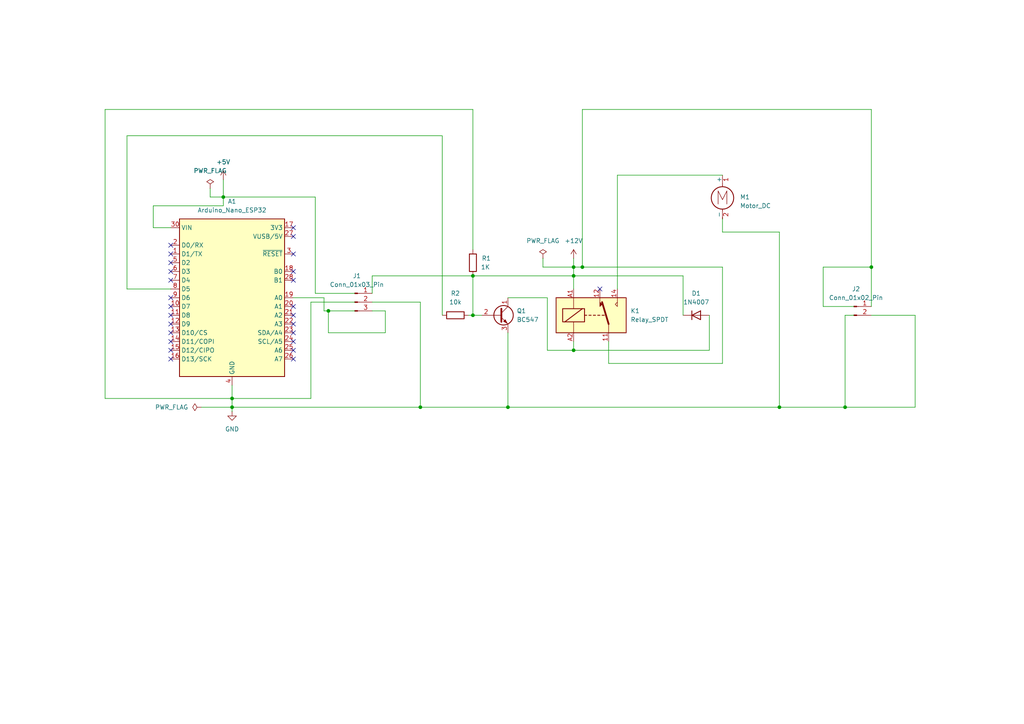
<source format=kicad_sch>
(kicad_sch (version 20250114) (generator "eeschema") (generator_version "9.0")
  (paper "A4")
  (lib_symbols
    (symbol "Connector:Conn_01x02_Pin" (pin_names (offset 1.016) (hide yes))
      (property "Reference" "J" (at 0 2.54 0))
      (property "Value" "Conn_01x02_Pin" (at 0 -5.08 0))
      (symbol "Conn_01x02_Pin_1_1"
        (rectangle (start 0.8636 0.127) (end 0 -0.127) (stroke (width 0.1524)) (fill (type outline)))
        (rectangle (start 0.8636 -2.413) (end 0 -2.667) (stroke (width 0.1524)) (fill (type outline)))
        (polyline (pts (xy 1.27 0) (xy 0.8636 0)) (stroke (width 0.1524)))
        (polyline (pts (xy 1.27 -2.54) (xy 0.8636 -2.54)) (stroke (width 0.1524)))
        (pin passive line (at 5.08 0 180) (length 3.81) (name "Pin_1") (number "1"))
        (pin passive line (at 5.08 -2.54 180) (length 3.81) (name "Pin_2") (number "2"))
      )
    )
    (symbol "Connector:Conn_01x03_Pin" (pin_names (offset 1.016) (hide yes))
      (property "Reference" "J" (at 0 5.08 0))
      (property "Value" "Conn_01x03_Pin" (at 0 -5.08 0))
      (symbol "Conn_01x03_Pin_1_1"
        (rectangle (start 0.8636 2.667) (end 0 2.413) (stroke (width 0.1524)) (fill (type outline)))
        (rectangle (start 0.8636 0.127) (end 0 -0.127) (stroke (width 0.1524)) (fill (type outline)))
        (rectangle (start 0.8636 -2.413) (end 0 -2.667) (stroke (width 0.1524)) (fill (type outline)))
        (polyline (pts (xy 1.27 2.54) (xy 0.8636 2.54)) (stroke (width 0.1524)))
        (polyline (pts (xy 1.27 0) (xy 0.8636 0)) (stroke (width 0.1524)))
        (polyline (pts (xy 1.27 -2.54) (xy 0.8636 -2.54)) (stroke (width 0.1524)))
        (pin passive line (at 5.08 2.54 180) (length 3.81) (name "Pin_1") (number "1"))
        (pin passive line (at 5.08 0 180) (length 3.81) (name "Pin_2") (number "2"))
        (pin passive line (at 5.08 -2.54 180) (length 3.81) (name "Pin_3") (number "3"))
      )
    )
    (symbol "Device:R" (pin_numbers (hide yes)) (pin_names (offset 0))
      (property "Reference" "R" (at 2.032 0 90))
      (property "Value" "R" (at 0 0 90))
      (symbol "R_0_1"
        (rectangle (start -1.016 -2.54) (end 1.016 2.54) (stroke (width 0.254)))
      )
      (symbol "R_1_1"
        (pin passive line (at 0 3.81 270) (length 1.27) (name "~") (number "1"))
        (pin passive line (at 0 -3.81 90) (length 1.27) (name "~") (number "2"))
      )
    )
    (symbol "Diode:1N4007" (pin_numbers (hide yes)) (pin_names (hide yes))
      (property "Reference" "D" (at 0 2.54 0))
      (property "Value" "1N4007" (at 0 -2.54 0))
      (symbol "1N4007_0_1"
        (polyline (pts (xy -1.27 1.27) (xy -1.27 -1.27)) (stroke (width 0.254)))
        (polyline (pts (xy 1.27 1.27) (xy 1.27 -1.27) (xy -1.27 0) (xy 1.27 1.27)) (stroke (width 0.254)))
        (polyline (pts (xy 1.27 0) (xy -1.27 0)))
      )
      (symbol "1N4007_1_1"
        (pin passive line (at -3.81 0 0) (length 2.54) (name "K") (number "1"))
        (pin passive line (at 3.81 0 180) (length 2.54) (name "A") (number "2"))
      )
    )
    (symbol "MCU_Module:Arduino_Nano_ESP32"
      (property "Reference" "A" (at -14.986 23.622 0))
      (property "Value" "Arduino_Nano_ESP32" (at 3.81 -25.654 0))
      (symbol "Arduino_Nano_ESP32_0_1"
        (rectangle (start -15.24 22.86) (end 15.24 -22.86) (stroke (width 0.254)) (fill (type background)))
      )
      (symbol "Arduino_Nano_ESP32_1_1"
        (pin power_in line (at -17.78 20.32 0) (length 2.54) (name "VIN") (number "30"))
        (pin bidirectional line (at -17.78 15.24 0) (length 2.54) (name "D0/RX") (number "2"))
        (pin bidirectional line (at -17.78 12.7 0) (length 2.54) (name "D1/TX") (number "1"))
        (pin bidirectional line (at -17.78 10.16 0) (length 2.54) (name "D2") (number "5"))
        (pin bidirectional line (at -17.78 7.62 0) (length 2.54) (name "D3") (number "6"))
        (pin bidirectional line (at -17.78 5.08 0) (length 2.54) (name "D4") (number "7"))
        (pin bidirectional line (at -17.78 2.54 0) (length 2.54) (name "D5") (number "8"))
        (pin bidirectional line (at -17.78 0 0) (length 2.54) (name "D6") (number "9"))
        (pin bidirectional line (at -17.78 -2.54 0) (length 2.54) (name "D7") (number "10"))
        (pin bidirectional line (at -17.78 -5.08 0) (length 2.54) (name "D8") (number "11"))
        (pin bidirectional line (at -17.78 -7.62 0) (length 2.54) (name "D9") (number "12"))
        (pin bidirectional line (at -17.78 -10.16 0) (length 2.54) (name "D10/CS") (number "13"))
        (pin bidirectional line (at -17.78 -12.7 0) (length 2.54) (name "D11/COPI") (number "14"))
        (pin bidirectional line (at -17.78 -15.24 0) (length 2.54) (name "D12/CIPO") (number "15"))
        (pin bidirectional line (at -17.78 -17.78 0) (length 2.54) (name "D13/SCK") (number "16"))
        (pin passive line (at 0 -25.4 90) (length 2.54) (hide yes) (name "GND") (number "29"))
        (pin power_in line (at 0 -25.4 90) (length 2.54) (name "GND") (number "4"))
        (pin power_out line (at 17.78 20.32 180) (length 2.54) (name "3V3") (number "17"))
        (pin power_out line (at 17.78 17.78 180) (length 2.54) (name "VUSB/5V") (number "27"))
        (pin input line (at 17.78 12.7 180) (length 2.54) (name "~{RESET}") (number "3"))
        (pin bidirectional line (at 17.78 7.62 180) (length 2.54) (name "B0") (number "18"))
        (pin bidirectional line (at 17.78 5.08 180) (length 2.54) (name "B1") (number "28"))
        (pin bidirectional line (at 17.78 0 180) (length 2.54) (name "A0") (number "19"))
        (pin bidirectional line (at 17.78 -2.54 180) (length 2.54) (name "A1") (number "20"))
        (pin bidirectional line (at 17.78 -5.08 180) (length 2.54) (name "A2") (number "21"))
        (pin bidirectional line (at 17.78 -7.62 180) (length 2.54) (name "A3") (number "22"))
        (pin bidirectional line (at 17.78 -10.16 180) (length 2.54) (name "SDA/A4") (number "23"))
        (pin bidirectional line (at 17.78 -12.7 180) (length 2.54) (name "SCL/A5") (number "24"))
        (pin bidirectional line (at 17.78 -15.24 180) (length 2.54) (name "A6") (number "25"))
        (pin bidirectional line (at 17.78 -17.78 180) (length 2.54) (name "A7") (number "26"))
      )
    )
    (symbol "Motor:Motor_DC" (pin_names (offset 0))
      (property "Reference" "M" (at 2.54 2.54 0))
      (property "Value" "Motor_DC" (at 2.54 -5.08 0))
      (symbol "Motor_DC_0_0"
        (polyline (pts (xy -1.27 -3.302) (xy -1.27 0.508) (xy 0 -2.032) (xy 1.27 0.508) (xy 1.27 -3.302)))
      )
      (symbol "Motor_DC_0_1"
        (polyline (pts (xy 0 2.032) (xy 0 2.54)))
        (polyline (pts (xy 0 1.7272) (xy 0 2.0828)))
        (circle (center 0 -1.524) (radius 3.2512) (stroke (width 0.254)))
        (polyline (pts (xy 0 -4.7752) (xy 0 -5.1816)))
        (polyline (pts (xy 0 -7.62) (xy 0 -7.112)))
      )
      (symbol "Motor_DC_1_1"
        (pin passive line (at 0 5.08 270) (length 2.54) (name "+") (number "1"))
        (pin passive line (at 0 -7.62 90) (length 2.54) (name "-") (number "2"))
      )
    )
    (symbol "Relay:Relay_SPDT"
      (property "Reference" "K" (at 11.43 3.81 0))
      (property "Value" "Relay_SPDT" (at 11.43 1.27 0))
      (symbol "Relay_SPDT_0_0"
        (polyline (pts (xy 7.62 5.08) (xy 7.62 2.54) (xy 6.985 3.175) (xy 7.62 3.81)))
      )
      (symbol "Relay_SPDT_0_1"
        (rectangle (start -10.16 5.08) (end 10.16 -5.08) (stroke (width 0.254)) (fill (type background)))
        (rectangle (start -8.255 1.905) (end -1.905 -1.905) (stroke (width 0.254)))
        (polyline (pts (xy -7.62 -1.905) (xy -2.54 1.905)) (stroke (width 0.254)))
        (polyline (pts (xy -5.08 5.08) (xy -5.08 1.905)))
        (polyline (pts (xy -5.08 -5.08) (xy -5.08 -1.905)))
        (polyline (pts (xy -1.905 0) (xy -1.27 0)) (stroke (width 0.254)))
        (polyline (pts (xy -0.635 0) (xy 0 0)) (stroke (width 0.254)))
        (polyline (pts (xy 0.635 0) (xy 1.27 0)) (stroke (width 0.254)))
        (polyline (pts (xy 1.905 0) (xy 2.54 0)) (stroke (width 0.254)))
        (polyline (pts (xy 2.54 5.08) (xy 2.54 2.54) (xy 3.175 3.175) (xy 2.54 3.81)) (fill (type outline)))
        (polyline (pts (xy 3.175 0) (xy 3.81 0)) (stroke (width 0.254)))
        (polyline (pts (xy 5.08 -2.54) (xy 3.175 3.81)) (stroke (width 0.508)))
        (polyline (pts (xy 5.08 -2.54) (xy 5.08 -5.08)))
      )
      (symbol "Relay_SPDT_1_1"
        (pin passive line (at -5.08 7.62 270) (length 2.54) (name "~") (number "A1"))
        (pin passive line (at -5.08 -7.62 90) (length 2.54) (name "~") (number "A2"))
        (pin passive line (at 2.54 7.62 270) (length 2.54) (name "~") (number "12"))
        (pin passive line (at 5.08 -7.62 90) (length 2.54) (name "~") (number "11"))
        (pin passive line (at 7.62 7.62 270) (length 2.54) (name "~") (number "14"))
      )
    )
    (symbol "Transistor_BJT:BC547" (pin_names (offset 0) (hide yes))
      (property "Reference" "Q" (at 5.08 1.905 0))
      (property "Value" "BC547" (at 5.08 0 0))
      (symbol "BC547_0_1"
        (polyline (pts (xy -2.54 0) (xy 0.635 0)))
        (polyline (pts (xy 0.635 1.905) (xy 0.635 -1.905)) (stroke (width 0.508)))
        (circle (center 1.27 0) (radius 2.8194) (stroke (width 0.254)))
      )
      (symbol "BC547_1_1"
        (polyline (pts (xy 0.635 0.635) (xy 2.54 2.54)))
        (polyline (pts (xy 0.635 -0.635) (xy 2.54 -2.54)))
        (polyline (pts (xy 1.27 -1.778) (xy 1.778 -1.27) (xy 2.286 -2.286) (xy 1.27 -1.778)) (fill (type outline)))
        (pin input line (at -5.08 0 0) (length 2.54) (name "B") (number "2"))
        (pin passive line (at 2.54 5.08 270) (length 2.54) (name "C") (number "1"))
        (pin passive line (at 2.54 -5.08 90) (length 2.54) (name "E") (number "3"))
      )
    )
    (symbol "power:+12V" (power) (pin_numbers (hide yes)) (pin_names (offset 0) (hide yes))
      (property "Value" "+12V" (at 0 3.556 0))
      (symbol "+12V_0_1"
        (polyline (pts (xy -0.762 1.27) (xy 0 2.54)))
        (polyline (pts (xy 0 2.54) (xy 0.762 1.27)))
        (polyline (pts (xy 0 0) (xy 0 2.54)))
      )
      (symbol "+12V_1_1"
        (pin power_in line (at 0 0 90) (length 0) (name "~") (number "1"))
      )
    )
    (symbol "power:+5V" (power) (pin_numbers (hide yes)) (pin_names (offset 0) (hide yes))
      (property "Value" "+5V" (at 0 3.556 0))
      (symbol "+5V_0_1"
        (polyline (pts (xy -0.762 1.27) (xy 0 2.54)))
        (polyline (pts (xy 0 2.54) (xy 0.762 1.27)))
        (polyline (pts (xy 0 0) (xy 0 2.54)))
      )
      (symbol "+5V_1_1"
        (pin power_in line (at 0 0 90) (length 0) (name "~") (number "1"))
      )
    )
    (symbol "power:GND" (power) (pin_numbers (hide yes)) (pin_names (offset 0) (hide yes))
      (property "Value" "GND" (at 0 -3.81 0))
      (symbol "GND_0_1"
        (polyline (pts (xy 0 0) (xy 0 -1.27) (xy 1.27 -1.27) (xy 0 -2.54) (xy -1.27 -1.27) (xy 0 -1.27)))
      )
      (symbol "GND_1_1"
        (pin power_in line (at 0 0 270) (length 0) (name "~") (number "1"))
      )
    )
    (symbol "power:PWR_FLAG" (power) (pin_numbers (hide yes)) (pin_names (offset 0) (hide yes))
      (property "Value" "PWR_FLAG" (at 0 3.81 0))
      (symbol "PWR_FLAG_0_0"
        (pin power_out line (at 0 0 90) (length 0) (name "~") (number "1"))
      )
      (symbol "PWR_FLAG_0_1"
        (polyline (pts (xy 0 0) (xy 0 1.27) (xy -1.016 1.905) (xy 0 2.54) (xy 1.016 1.905) (xy 0 1.27)))
      )
    )
  )
  (junction (at 95.25 90.17))
  (junction (at 168.91 77.47))
  (junction (at 147.32 118.11))
  (junction (at 166.37 101.6))
  (junction (at 166.37 77.47))
  (junction (at 137.16 91.44))
  (junction (at 245.11 118.11))
  (junction (at 166.37 80.01))
  (junction (at 64.77 57.15))
  (junction (at 252.73 77.47))
  (junction (at 67.31 118.11))
  (junction (at 121.92 118.11))
  (junction (at 226.06 118.11))
  (junction (at 137.16 80.01))
  (junction (at 67.31 115.57))
  (no_connect (at 49.53 86.36))
  (no_connect (at 173.99 83.82))
  (no_connect (at 85.09 99.06))
  (no_connect (at 85.09 68.58))
  (no_connect (at 85.09 96.52))
  (no_connect (at 49.53 73.66))
  (no_connect (at 85.09 88.9))
  (no_connect (at 49.53 88.9))
  (no_connect (at 85.09 104.14))
  (no_connect (at 85.09 91.44))
  (no_connect (at 85.09 66.04))
  (no_connect (at 49.53 91.44))
  (no_connect (at 85.09 73.66))
  (no_connect (at 49.53 104.14))
  (no_connect (at 85.09 78.74))
  (no_connect (at 85.09 101.6))
  (no_connect (at 49.53 81.28))
  (no_connect (at 49.53 76.2))
  (no_connect (at 49.53 78.74))
  (no_connect (at 49.53 99.06))
  (no_connect (at 49.53 101.6))
  (no_connect (at 49.53 71.12))
  (no_connect (at 85.09 93.98))
  (no_connect (at 85.09 81.28))
  (no_connect (at 49.53 96.52))
  (no_connect (at 49.53 93.98))
  (wire (pts (xy 67.31 118.11) (xy 67.31 119.38)))
  (wire (pts (xy 30.48 31.75) (xy 30.48 115.57)))
  (wire (pts (xy 128.27 39.37) (xy 36.83 39.37)))
  (wire (pts (xy 107.95 87.63) (xy 121.92 87.63)))
  (wire (pts (xy 64.77 52.07) (xy 64.77 57.15)))
  (wire (pts (xy 91.44 57.15) (xy 64.77 57.15)))
  (wire (pts (xy 205.74 101.6) (xy 166.37 101.6)))
  (wire (pts (xy 107.95 80.01) (xy 137.16 80.01)))
  (wire (pts (xy 137.16 31.75) (xy 30.48 31.75)))
  (wire (pts (xy 90.17 115.57) (xy 67.31 115.57)))
  (wire (pts (xy 90.17 87.63) (xy 90.17 115.57)))
  (wire (pts (xy 44.45 59.69) (xy 44.45 66.04)))
  (wire (pts (xy 107.95 85.09) (xy 107.95 80.01)))
  (wire (pts (xy 252.73 31.75) (xy 168.91 31.75)))
  (wire (pts (xy 238.76 88.9) (xy 238.76 77.47)))
  (wire (pts (xy 107.95 90.17) (xy 111.76 90.17)))
  (wire (pts (xy 166.37 77.47) (xy 166.37 80.01)))
  (wire (pts (xy 166.37 80.01) (xy 166.37 83.82)))
  (wire (pts (xy 245.11 118.11) (xy 226.06 118.11)))
  (wire (pts (xy 44.45 66.04) (xy 49.53 66.04)))
  (wire (pts (xy 166.37 74.93) (xy 166.37 77.47)))
  (wire (pts (xy 137.16 91.44) (xy 139.7 91.44)))
  (wire (pts (xy 157.48 74.93) (xy 157.48 77.47)))
  (wire (pts (xy 166.37 77.47) (xy 168.91 77.47)))
  (wire (pts (xy 238.76 77.47) (xy 252.73 77.47)))
  (wire (pts (xy 209.55 105.41) (xy 209.55 77.47)))
  (wire (pts (xy 64.77 57.15) (xy 64.77 59.69)))
  (wire (pts (xy 247.65 88.9) (xy 238.76 88.9)))
  (wire (pts (xy 166.37 101.6) (xy 166.37 99.06)))
  (wire (pts (xy 226.06 118.11) (xy 147.32 118.11)))
  (wire (pts (xy 198.12 80.01) (xy 166.37 80.01)))
  (wire (pts (xy 205.74 91.44) (xy 205.74 101.6)))
  (wire (pts (xy 158.75 86.36) (xy 158.75 101.6)))
  (wire (pts (xy 36.83 39.37) (xy 36.83 83.82)))
  (wire (pts (xy 147.32 96.52) (xy 147.32 118.11)))
  (wire (pts (xy 226.06 67.31) (xy 226.06 118.11)))
  (wire (pts (xy 121.92 118.11) (xy 67.31 118.11)))
  (wire (pts (xy 176.53 105.41) (xy 209.55 105.41)))
  (wire (pts (xy 58.42 118.11) (xy 67.31 118.11)))
  (wire (pts (xy 245.11 118.11) (xy 265.43 118.11)))
  (wire (pts (xy 198.12 91.44) (xy 198.12 80.01)))
  (wire (pts (xy 128.27 91.44) (xy 128.27 39.37)))
  (wire (pts (xy 252.73 77.47) (xy 252.73 31.75)))
  (wire (pts (xy 245.11 91.44) (xy 247.65 91.44)))
  (wire (pts (xy 111.76 90.17) (xy 111.76 96.52)))
  (wire (pts (xy 168.91 77.47) (xy 209.55 77.47)))
  (wire (pts (xy 137.16 80.01) (xy 137.16 91.44)))
  (wire (pts (xy 36.83 83.82) (xy 49.53 83.82)))
  (wire (pts (xy 158.75 101.6) (xy 166.37 101.6)))
  (wire (pts (xy 93.98 90.17) (xy 95.25 90.17)))
  (wire (pts (xy 209.55 63.5) (xy 209.55 67.31)))
  (wire (pts (xy 67.31 111.76) (xy 67.31 115.57)))
  (wire (pts (xy 168.91 31.75) (xy 168.91 77.47)))
  (wire (pts (xy 147.32 118.11) (xy 121.92 118.11)))
  (wire (pts (xy 209.55 67.31) (xy 226.06 67.31)))
  (wire (pts (xy 137.16 80.01) (xy 166.37 80.01)))
  (wire (pts (xy 90.17 87.63) (xy 102.87 87.63)))
  (wire (pts (xy 67.31 115.57) (xy 67.31 118.11)))
  (wire (pts (xy 121.92 87.63) (xy 121.92 118.11)))
  (wire (pts (xy 102.87 85.09) (xy 91.44 85.09)))
  (wire (pts (xy 147.32 86.36) (xy 158.75 86.36)))
  (wire (pts (xy 91.44 85.09) (xy 91.44 57.15)))
  (wire (pts (xy 135.89 91.44) (xy 137.16 91.44)))
  (wire (pts (xy 95.25 96.52) (xy 95.25 90.17)))
  (wire (pts (xy 157.48 77.47) (xy 166.37 77.47)))
  (wire (pts (xy 252.73 91.44) (xy 265.43 91.44)))
  (wire (pts (xy 245.11 91.44) (xy 245.11 118.11)))
  (wire (pts (xy 137.16 72.39) (xy 137.16 31.75)))
  (wire (pts (xy 176.53 99.06) (xy 176.53 105.41)))
  (wire (pts (xy 252.73 88.9) (xy 252.73 77.47)))
  (wire (pts (xy 64.77 59.69) (xy 44.45 59.69)))
  (wire (pts (xy 30.48 115.57) (xy 67.31 115.57)))
  (wire (pts (xy 60.96 54.61) (xy 60.96 57.15)))
  (wire (pts (xy 60.96 57.15) (xy 64.77 57.15)))
  (wire (pts (xy 111.76 96.52) (xy 95.25 96.52)))
  (wire (pts (xy 179.07 50.8) (xy 209.55 50.8)))
  (wire (pts (xy 179.07 83.82) (xy 179.07 50.8)))
  (wire (pts (xy 95.25 90.17) (xy 102.87 90.17)))
  (wire (pts (xy 85.09 86.36) (xy 93.98 86.36)))
  (wire (pts (xy 93.98 86.36) (xy 93.98 90.17)))
  (wire (pts (xy 265.43 91.44) (xy 265.43 118.11)))
  (symbol (lib_id "Connector:Conn_01x02_Pin") (at 247.65 88.9 0) (unit 1)
    (property "Reference" "J2" (at 248.285 83.82 0))
    (property "Value" "Conn_01x02_Pin" (at 248.285 86.36 0))
    (property "Footprint" "Connector_PinHeader_2.54mm:PinHeader_1x02_P2.54mm_Vertical" (effects (hide yes)))
    (property "Description" "Generic connector, single row, 01x02, script generated" (effects (hide yes)))
  )
  (symbol (lib_id "Motor:Motor_DC") (at 209.55 55.88 0) (unit 1)
    (property "Reference" "M1" (at 214.63 57.1499 0) (effects (justify left)))
    (property "Value" "Motor_DC" (at 214.63 59.6899 0) (effects (justify left)))
    (property "Footprint" "Connector_PinHeader_2.54mm:PinHeader_1x02_P2.54mm_Vertical" (effects (hide yes)))
    (property "Description" "DC Motor" (effects (hide yes)))
  )
  (symbol (lib_id "power:PWR_FLAG") (at 60.96 54.61 0) (unit 1)
    (property "Reference" "#FLG01" (effects (hide yes)))
    (property "Value" "PWR_FLAG" (at 60.96 49.53 0))
    (property "Description" "Special symbol for telling ERC where power comes from" (effects (hide yes)))
  )
  (symbol (lib_id "Diode:1N4007") (at 201.93 91.44 0) (unit 1)
    (property "Reference" "D1" (at 201.93 85.09 0))
    (property "Value" "1N4007" (at 201.93 87.63 0))
    (property "Footprint" "Diode_THT:D_DO-41_SOD81_P10.16mm_Horizontal" (effects (hide yes)))
    (property "Datasheet" "http://www.vishay.com/docs/88503/1n4001.pdf" (effects (hide yes)))
    (property "Description" "1000V 1A General Purpose Rectifier Diode, DO-41" (effects (hide yes)))
    (property "Sim.Device" "D" (effects (hide yes)))
    (property "Sim.Pins" "1=K 2=A" (effects (hide yes)))
  )
  (symbol (lib_id "power:+12V") (at 166.37 74.93 0) (unit 1)
    (property "Reference" "#PWR02" (effects (hide yes)))
    (property "Value" "+12V" (at 166.37 69.85 0))
    (property "Description" "Power symbol creates a global label with name \"+12V\"" (effects (hide yes)))
  )
  (symbol (lib_id "Device:R") (at 132.08 91.44 90) (unit 1)
    (property "Reference" "R2" (at 132.08 85.09 90))
    (property "Value" "10k" (at 132.08 87.63 90))
    (property "Footprint" "Resistor_THT:R_Axial_DIN0207_L6.3mm_D2.5mm_P7.62mm_Horizontal" (effects (hide yes)))
    (property "Description" "Resistor" (effects (hide yes)))
  )
  (symbol (lib_id "power:+5V") (at 64.77 52.07 0) (unit 1)
    (property "Reference" "#PWR01" (effects (hide yes)))
    (property "Value" "+5V" (at 64.77 46.99 0))
    (property "Description" "Power symbol creates a global label with name \"+5V\"" (effects (hide yes)))
  )
  (symbol (lib_id "Relay:Relay_SPDT") (at 171.45 91.44 0) (unit 1)
    (property "Reference" "K1" (at 182.88 90.1699 0) (effects (justify left)))
    (property "Value" "Relay_SPDT" (at 182.88 92.7099 0) (effects (justify left)))
    (property "Footprint" "Relay_THT:Relay_SPDT_Finder_34.51_Vertical" (effects (hide yes)))
    (property "Description" "Relay SPDT, monostable, EN50005" (effects (hide yes)))
  )
  (symbol (lib_id "power:PWR_FLAG") (at 157.48 74.93 0) (unit 1)
    (property "Reference" "#FLG03" (effects (hide yes)))
    (property "Value" "PWR_FLAG" (at 157.48 69.85 0))
    (property "Description" "Special symbol for telling ERC where power comes from" (effects (hide yes)))
  )
  (symbol (lib_id "Device:R") (at 137.16 76.2 0) (unit 1)
    (property "Reference" "R1" (at 139.7 74.9299 0) (effects (justify left)))
    (property "Value" "1K" (at 139.446 77.47 0) (effects (justify left)))
    (property "Footprint" "Resistor_THT:R_Axial_DIN0207_L6.3mm_D2.5mm_P7.62mm_Horizontal" (effects (hide yes)))
    (property "Description" "Resistor" (effects (hide yes)))
  )
  (symbol (lib_id "power:GND") (at 67.31 119.38 0) (unit 1)
    (property "Reference" "#PWR03" (effects (hide yes)))
    (property "Value" "GND" (at 67.31 124.46 0))
    (property "Description" "Power symbol creates a global label with name \"GND\" , ground" (effects (hide yes)))
  )
  (symbol (lib_id "power:PWR_FLAG") (at 58.42 118.11 90) (unit 1)
    (property "Reference" "#FLG02" (effects (hide yes)))
    (property "Value" "PWR_FLAG" (at 54.61 118.1099 90) (effects (justify left)))
    (property "Description" "Special symbol for telling ERC where power comes from" (effects (hide yes)))
  )
  (symbol (lib_id "Transistor_BJT:BC547") (at 144.78 91.44 0) (unit 1)
    (property "Reference" "Q1" (at 149.86 90.1699 0) (effects (justify left)))
    (property "Value" "BC547" (at 149.86 92.7099 0) (effects (justify left)))
    (property "Footprint" "Package_TO_SOT_THT:TO-92_Inline" (effects (hide yes)))
    (property "Datasheet" "https://www.onsemi.com/pub/Collateral/BC550-D.pdf" (effects (hide yes)))
    (property "Description" "0.1A Ic, 45V Vce, Small Signal NPN Transistor, TO-92" (effects (hide yes)))
  )
  (symbol (lib_id "Connector:Conn_01x03_Pin") (at 102.87 87.63 0) (unit 1)
    (property "Reference" "J1" (at 103.505 80.01 0))
    (property "Value" "Conn_01x03_Pin" (at 103.505 82.55 0))
    (property "Footprint" "Connector_PinHeader_2.54mm:PinHeader_1x03_P2.54mm_Vertical" (effects (hide yes)))
    (property "Description" "Generic connector, single row, 01x03, script generated" (effects (hide yes)))
  )
  (symbol (lib_id "MCU_Module:Arduino_Nano_ESP32") (at 67.31 86.36 0) (unit 1)
    (property "Reference" "A1" (at 67.31 58.42 0))
    (property "Value" "Arduino_Nano_ESP32" (at 67.31 60.96 0))
    (property "Footprint" "Module:Arduino_Nano" (effects (hide yes)))
    (property "Datasheet" "https://docs.arduino.cc/resources/datasheets/ABX00083-datasheet.pdf" (effects (hide yes)))
    (property "Description" "Arduino Nano board based on the ESP32-S3 with a dual-core 240 MHz processor, 384 kB ROM, 512 kB SRAM. Operates at 3.3V, with 5V USB-C® input and 6-21V VIN. Features Wi-Fi®, Bluetooth® LE, digital and analog pins, and supports SPI, I2C, UART, I2S, and CAN." (effects (hide yes)))
  )
)
</source>
